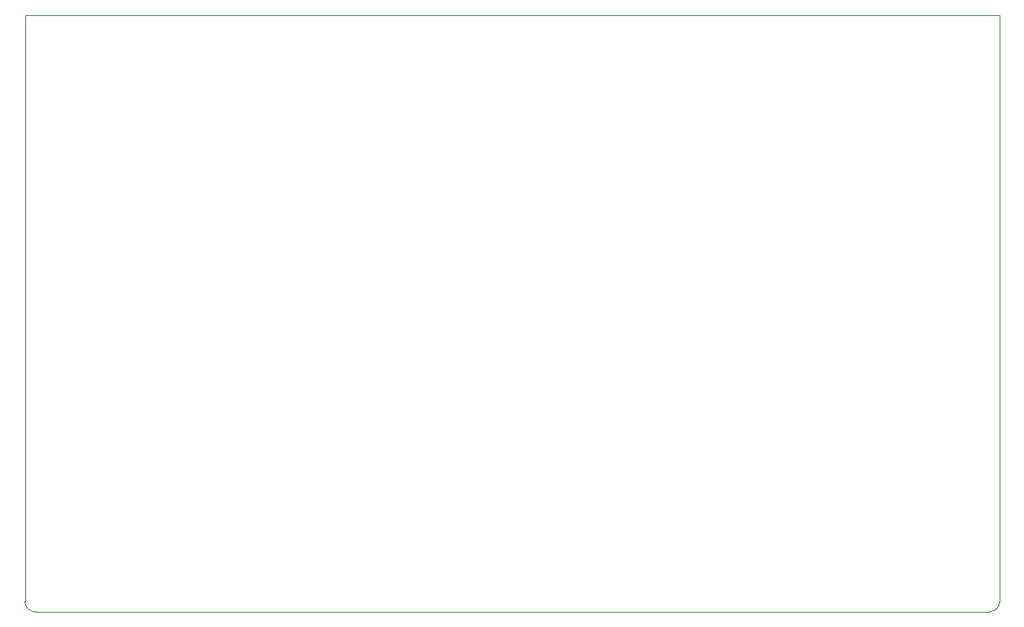
<source format=gbr>
%TF.GenerationSoftware,KiCad,Pcbnew,7.0.1*%
%TF.CreationDate,2023-07-19T12:38:44+03:00*%
%TF.ProjectId,deltaAY,64656c74-6141-4592-9e6b-696361645f70,rev?*%
%TF.SameCoordinates,Original*%
%TF.FileFunction,Profile,NP*%
%FSLAX46Y46*%
G04 Gerber Fmt 4.6, Leading zero omitted, Abs format (unit mm)*
G04 Created by KiCad (PCBNEW 7.0.1) date 2023-07-19 12:38:44*
%MOMM*%
%LPD*%
G01*
G04 APERTURE LIST*
%TA.AperFunction,Profile*%
%ADD10C,0.100000*%
%TD*%
G04 APERTURE END LIST*
D10*
X148000000Y-30000000D02*
X50000000Y-30000000D01*
X50000000Y-89000000D02*
G75*
G03*
X51000000Y-90000000I1000000J0D01*
G01*
X51000000Y-90000000D02*
X147000000Y-90000000D01*
X50000000Y-30000000D02*
X50000000Y-89000000D01*
X147000000Y-90000000D02*
G75*
G03*
X148000000Y-89000000I0J1000000D01*
G01*
X148000000Y-89000000D02*
X148000000Y-30000000D01*
M02*

</source>
